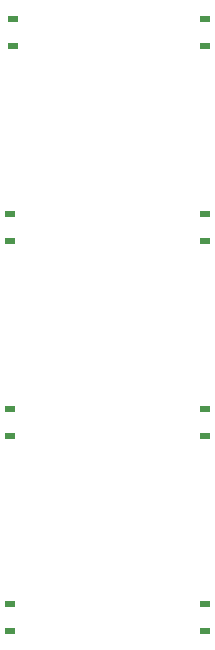
<source format=gbp>
G75*
%MOIN*%
%OFA0B0*%
%FSLAX25Y25*%
%IPPOS*%
%LPD*%
%AMOC8*
5,1,8,0,0,1.08239X$1,22.5*
%
%ADD10R,0.03268X0.02480*%
D10*
X0062250Y0052122D03*
X0062250Y0061178D03*
X0062250Y0117122D03*
X0062250Y0126178D03*
X0062250Y0182122D03*
X0062250Y0191178D03*
X0063250Y0247122D03*
X0063250Y0256178D03*
X0127250Y0256178D03*
X0127250Y0247122D03*
X0127250Y0191178D03*
X0127250Y0182122D03*
X0127250Y0126178D03*
X0127250Y0117122D03*
X0127250Y0061178D03*
X0127250Y0052122D03*
M02*

</source>
